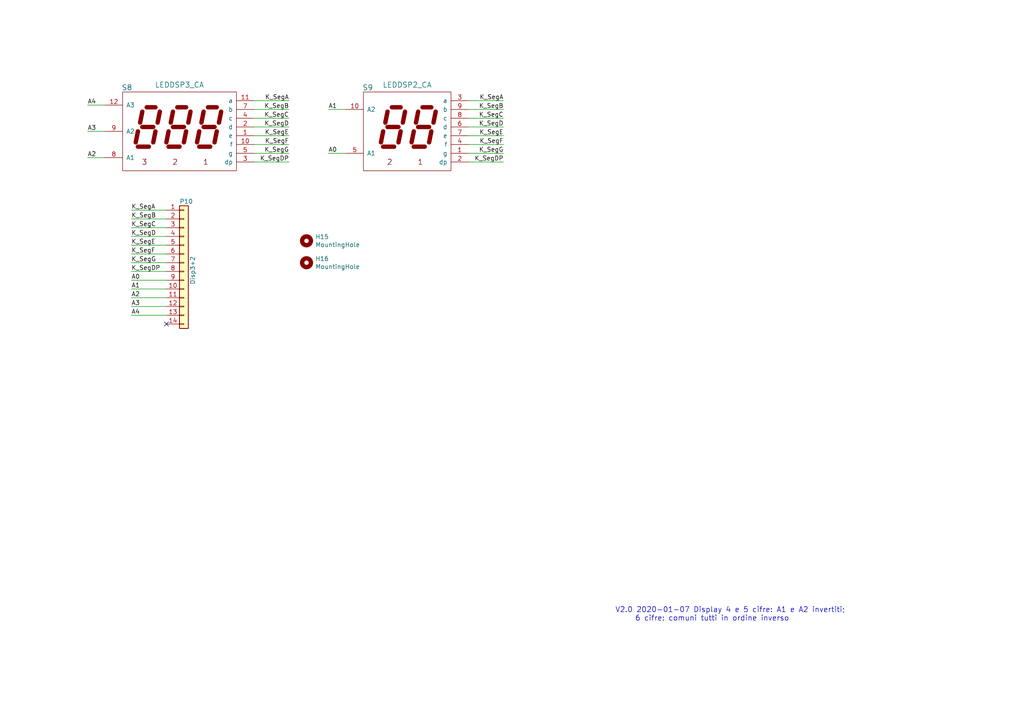
<source format=kicad_sch>
(kicad_sch (version 20211123) (generator eeschema)
  (paper "A4")
  (lib_symbols
    (symbol "Connector_Generic:Conn_01x14" (pin_names (offset 1.016) hide)
      (property "Reference" "J" (at 0 17.78 0))
      (property "Value" "Conn_01x14" (at 0 -20.32 0))
      (symbol "Conn_01x14_1_1"
        (rectangle (start -1.27 -17.653) (end 0 -17.907) (stroke (width 0.1524)))
        (rectangle (start -1.27 -15.113) (end 0 -15.367) (stroke (width 0.1524)))
        (rectangle (start -1.27 -12.573) (end 0 -12.827) (stroke (width 0.1524)))
        (rectangle (start -1.27 -10.033) (end 0 -10.287) (stroke (width 0.1524)))
        (rectangle (start -1.27 -7.493) (end 0 -7.747) (stroke (width 0.1524)))
        (rectangle (start -1.27 -4.953) (end 0 -5.207) (stroke (width 0.1524)))
        (rectangle (start -1.27 -2.413) (end 0 -2.667) (stroke (width 0.1524)))
        (rectangle (start -1.27 0.127) (end 0 -0.127) (stroke (width 0.1524)))
        (rectangle (start -1.27 2.667) (end 0 2.413) (stroke (width 0.1524)))
        (rectangle (start -1.27 5.207) (end 0 4.953) (stroke (width 0.1524)))
        (rectangle (start -1.27 7.747) (end 0 7.493) (stroke (width 0.1524)))
        (rectangle (start -1.27 10.287) (end 0 10.033) (stroke (width 0.1524)))
        (rectangle (start -1.27 12.827) (end 0 12.573) (stroke (width 0.1524)))
        (rectangle (start -1.27 15.367) (end 0 15.113) (stroke (width 0.1524)))
        (rectangle (start -1.27 16.51) (end 1.27 -19.05) (stroke (width 0.254)) (fill (type background)))
        (pin passive line (at -5.08 15.24 0) (length 3.81) (name "Pin_1") (number "1"))
        (pin passive line (at -5.08 -7.62 0) (length 3.81) (name "Pin_10") (number "10"))
        (pin passive line (at -5.08 -10.16 0) (length 3.81) (name "Pin_11") (number "11"))
        (pin passive line (at -5.08 -12.7 0) (length 3.81) (name "Pin_12") (number "12"))
        (pin passive line (at -5.08 -15.24 0) (length 3.81) (name "Pin_13") (number "13"))
        (pin passive line (at -5.08 -17.78 0) (length 3.81) (name "Pin_14") (number "14"))
        (pin passive line (at -5.08 12.7 0) (length 3.81) (name "Pin_2") (number "2"))
        (pin passive line (at -5.08 10.16 0) (length 3.81) (name "Pin_3") (number "3"))
        (pin passive line (at -5.08 7.62 0) (length 3.81) (name "Pin_4") (number "4"))
        (pin passive line (at -5.08 5.08 0) (length 3.81) (name "Pin_5") (number "5"))
        (pin passive line (at -5.08 2.54 0) (length 3.81) (name "Pin_6") (number "6"))
        (pin passive line (at -5.08 0 0) (length 3.81) (name "Pin_7") (number "7"))
        (pin passive line (at -5.08 -2.54 0) (length 3.81) (name "Pin_8") (number "8"))
        (pin passive line (at -5.08 -5.08 0) (length 3.81) (name "Pin_9") (number "9"))
      )
    )
    (symbol "GCC_display:LEDDSP2_CA" (pin_names (offset 1.016))
      (property "Reference" "S" (at -12.7 12.7 0))
      (property "Value" "LEDDSP2_CA" (at 1.27 -15.24 0))
      (symbol "LEDDSP2_CA_0_0"
        (text "1" (at 3.81 -10.16 0) (effects (font (size 1.524 1.524))))
        (text "2" (at -5.08 -10.16 0) (effects (font (size 1.524 1.524))))
      )
      (symbol "LEDDSP2_CA_0_1"
        (rectangle (start -12.7 10.16) (end 12.7 -12.7))
        (polyline (pts (xy -6.985 -5.715) (xy -3.81 -5.715)) (stroke (width 1.27)))
        (polyline (pts (xy -6.985 -1.27) (xy -7.62 -4.445)) (stroke (width 1.27)))
        (polyline (pts (xy -6.35 1.27) (xy -5.715 4.445)) (stroke (width 1.27)))
        (polyline (pts (xy -5.715 0) (xy -2.54 0)) (stroke (width 1.27)))
        (polyline (pts (xy -4.445 5.715) (xy -1.905 5.715)) (stroke (width 1.27)))
        (polyline (pts (xy -1.905 -1.27) (xy -2.54 -4.445)) (stroke (width 1.27)))
        (polyline (pts (xy -1.27 -5.715) (xy -1.27 -5.715)) (stroke (width 1.27)))
        (polyline (pts (xy -1.27 1.27) (xy -0.635 4.445)) (stroke (width 1.27)))
        (polyline (pts (xy 1.905 -5.715) (xy 5.08 -5.715)) (stroke (width 1.27)))
        (polyline (pts (xy 1.905 -1.27) (xy 1.27 -4.445)) (stroke (width 1.27)))
        (polyline (pts (xy 2.54 1.27) (xy 3.175 4.445)) (stroke (width 1.27)))
        (polyline (pts (xy 3.175 0) (xy 6.35 0)) (stroke (width 1.27)))
        (polyline (pts (xy 4.445 5.715) (xy 6.985 5.715)) (stroke (width 1.27)))
        (polyline (pts (xy 6.985 -1.27) (xy 6.35 -4.445)) (stroke (width 1.27)))
        (polyline (pts (xy 7.62 -5.715) (xy 7.62 -5.715)) (stroke (width 1.27)))
        (polyline (pts (xy 7.62 1.27) (xy 8.255 4.445)) (stroke (width 1.27)))
      )
      (symbol "LEDDSP2_CA_1_1"
        (pin passive line (at 17.78 -7.62 180) (length 5.08) (name "g") (number "1"))
        (pin passive line (at -17.78 5.08 0) (length 5.08) (name "A2") (number "10"))
        (pin passive line (at 17.78 -10.16 180) (length 5.08) (name "dp") (number "2"))
        (pin passive line (at 17.78 7.62 180) (length 5.08) (name "a") (number "3"))
        (pin passive line (at 17.78 -5.08 180) (length 5.08) (name "f") (number "4"))
        (pin passive line (at -17.78 -7.62 0) (length 5.08) (name "A1") (number "5"))
        (pin passive line (at 17.78 0 180) (length 5.08) (name "d") (number "6"))
        (pin passive line (at 17.78 -2.54 180) (length 5.08) (name "e") (number "7"))
        (pin passive line (at 17.78 2.54 180) (length 5.08) (name "c") (number "8"))
        (pin passive line (at 17.78 5.08 180) (length 5.08) (name "b") (number "9"))
      )
    )
    (symbol "GCC_display:LEDDSP3_CA" (pin_names (offset 1.016))
      (property "Reference" "S" (at -15.24 12.7 0))
      (property "Value" "LEDDSP3_CA" (at 0 -15.24 0))
      (symbol "LEDDSP3_CA_0_0"
        (text "1" (at 7.62 -10.16 0) (effects (font (size 1.524 1.524))))
        (text "2" (at -1.27 -10.16 0) (effects (font (size 1.524 1.524))))
        (text "3" (at -10.16 -10.16 0) (effects (font (size 1.524 1.524))))
      )
      (symbol "LEDDSP3_CA_0_1"
        (rectangle (start -16.51 10.16) (end 16.51 -12.7))
        (polyline (pts (xy -12.065 -5.715) (xy -8.89 -5.715)) (stroke (width 1.27)))
        (polyline (pts (xy -12.065 -1.27) (xy -12.7 -4.445)) (stroke (width 1.27)))
        (polyline (pts (xy -11.43 1.27) (xy -10.795 4.445)) (stroke (width 1.27)))
        (polyline (pts (xy -10.795 0) (xy -7.62 0)) (stroke (width 1.27)))
        (polyline (pts (xy -9.525 5.715) (xy -6.985 5.715)) (stroke (width 1.27)))
        (polyline (pts (xy -6.985 -1.27) (xy -7.62 -4.445)) (stroke (width 1.27)))
        (polyline (pts (xy -6.35 -5.715) (xy -6.35 -5.715)) (stroke (width 1.27)))
        (polyline (pts (xy -6.35 1.27) (xy -5.715 4.445)) (stroke (width 1.27)))
        (polyline (pts (xy -3.175 -5.715) (xy 0 -5.715)) (stroke (width 1.27)))
        (polyline (pts (xy -3.175 -1.27) (xy -3.81 -4.445)) (stroke (width 1.27)))
        (polyline (pts (xy -2.54 1.27) (xy -1.905 4.445)) (stroke (width 1.27)))
        (polyline (pts (xy -1.905 0) (xy 1.27 0)) (stroke (width 1.27)))
        (polyline (pts (xy -0.635 5.715) (xy 1.905 5.715)) (stroke (width 1.27)))
        (polyline (pts (xy 1.905 -1.27) (xy 1.27 -4.445)) (stroke (width 1.27)))
        (polyline (pts (xy 2.54 -5.715) (xy 2.54 -5.715)) (stroke (width 1.27)))
        (polyline (pts (xy 2.54 1.27) (xy 3.175 4.445)) (stroke (width 1.27)))
        (polyline (pts (xy 5.715 -5.715) (xy 8.89 -5.715)) (stroke (width 1.27)))
        (polyline (pts (xy 5.715 -1.27) (xy 5.08 -4.445)) (stroke (width 1.27)))
        (polyline (pts (xy 6.35 1.27) (xy 6.985 4.445)) (stroke (width 1.27)))
        (polyline (pts (xy 6.985 0) (xy 10.16 0)) (stroke (width 1.27)))
        (polyline (pts (xy 8.255 5.715) (xy 10.795 5.715)) (stroke (width 1.27)))
        (polyline (pts (xy 10.795 -1.27) (xy 10.16 -4.445)) (stroke (width 1.27)))
        (polyline (pts (xy 11.43 -5.715) (xy 11.43 -5.715)) (stroke (width 1.27)))
        (polyline (pts (xy 11.43 1.27) (xy 12.065 4.445)) (stroke (width 1.27)))
      )
      (symbol "LEDDSP3_CA_1_1"
        (pin passive line (at 21.59 -2.54 180) (length 5.08) (name "e") (number "1"))
        (pin passive line (at 21.59 -5.08 180) (length 5.08) (name "f") (number "10"))
        (pin passive line (at 21.59 7.62 180) (length 5.08) (name "a") (number "11"))
        (pin passive line (at -21.59 6.35 0) (length 5.08) (name "A3") (number "12"))
        (pin passive line (at 21.59 0 180) (length 5.08) (name "d") (number "2"))
        (pin passive line (at 21.59 -10.16 180) (length 5.08) (name "dp") (number "3"))
        (pin passive line (at 21.59 2.54 180) (length 5.08) (name "c") (number "4"))
        (pin passive line (at 21.59 -7.62 180) (length 5.08) (name "g") (number "5"))
        (pin passive line (at 21.59 5.08 180) (length 5.08) (name "b") (number "7"))
        (pin passive line (at -21.59 -8.89 0) (length 5.08) (name "A1") (number "8"))
        (pin passive line (at -21.59 -1.27 0) (length 5.08) (name "A2") (number "9"))
      )
    )
    (symbol "Mechanical:MountingHole" (pin_names (offset 1.016))
      (property "Reference" "H" (at 0 5.08 0))
      (property "Value" "MountingHole" (at 0 3.175 0))
      (symbol "MountingHole_0_1"
        (circle (center 0 0) (radius 1.27) (stroke (width 1.27)))
      )
    )
  )
  (no_connect (at 48.26 93.98))
  (wire (pts (xy 83.82 44.45) (xy 73.66 44.45)))
  (wire (pts (xy 146.05 46.99) (xy 135.89 46.99)))
  (wire (pts (xy 30.48 30.48) (xy 25.4 30.48)))
  (wire (pts (xy 38.1 68.58) (xy 48.26 68.58)))
  (wire (pts (xy 83.82 34.29) (xy 73.66 34.29)))
  (wire (pts (xy 25.4 45.72) (xy 30.48 45.72)))
  (wire (pts (xy 48.26 88.9) (xy 38.1 88.9)))
  (wire (pts (xy 146.05 34.29) (xy 135.89 34.29)))
  (wire (pts (xy 146.05 29.21) (xy 135.89 29.21)))
  (wire (pts (xy 146.05 31.75) (xy 135.89 31.75)))
  (wire (pts (xy 38.1 71.12) (xy 48.26 71.12)))
  (wire (pts (xy 38.1 63.5) (xy 48.26 63.5)))
  (wire (pts (xy 38.1 76.2) (xy 48.26 76.2)))
  (wire (pts (xy 146.05 36.83) (xy 135.89 36.83)))
  (wire (pts (xy 48.26 91.44) (xy 38.1 91.44)))
  (wire (pts (xy 100.33 31.75) (xy 95.25 31.75)))
  (wire (pts (xy 48.26 81.28) (xy 38.1 81.28)))
  (wire (pts (xy 83.82 36.83) (xy 73.66 36.83)))
  (wire (pts (xy 146.05 39.37) (xy 135.89 39.37)))
  (wire (pts (xy 83.82 31.75) (xy 73.66 31.75)))
  (wire (pts (xy 146.05 41.91) (xy 135.89 41.91)))
  (wire (pts (xy 38.1 78.74) (xy 48.26 78.74)))
  (wire (pts (xy 38.1 66.04) (xy 48.26 66.04)))
  (wire (pts (xy 83.82 39.37) (xy 73.66 39.37)))
  (wire (pts (xy 100.33 44.45) (xy 95.25 44.45)))
  (wire (pts (xy 38.1 73.66) (xy 48.26 73.66)))
  (wire (pts (xy 38.1 60.96) (xy 48.26 60.96)))
  (wire (pts (xy 48.26 86.36) (xy 38.1 86.36)))
  (wire (pts (xy 83.82 46.99) (xy 73.66 46.99)))
  (wire (pts (xy 83.82 41.91) (xy 73.66 41.91)))
  (wire (pts (xy 83.82 29.21) (xy 73.66 29.21)))
  (wire (pts (xy 146.05 44.45) (xy 135.89 44.45)))
  (wire (pts (xy 48.26 83.82) (xy 38.1 83.82)))
  (wire (pts (xy 30.48 38.1) (xy 25.4 38.1)))
  (text "V2.0 2020-01-07 Display 4 e 5 cifre: A1 e A2 invertiti;\n	6 cifre: comuni tutti in ordine inverso" (at 178.435 180.34 0) (effects (font (size 1.524 1.524)) (justify left bottom)))
  (label "A2" (at 38.1 86.36 0))
  (label "K_SegF" (at 146.05 41.91 180))
  (label "K_SegA" (at 38.1 60.96 0))
  (label "K_SegC" (at 83.82 34.29 180))
  (label "K_SegF" (at 38.1 73.66 0))
  (label "A4" (at 38.1 91.44 0))
  (label "K_SegE" (at 83.82 39.37 180))
  (label "K_SegG" (at 83.82 44.45 180))
  (label "K_SegE" (at 146.05 39.37 180))
  (label "K_SegC" (at 38.1 66.04 0))
  (label "K_SegDP" (at 146.05 46.99 180))
  (label "K_SegD" (at 146.05 36.83 180))
  (label "K_SegG" (at 38.1 76.2 0))
  (label "K_SegB" (at 83.82 31.75 180))
  (label "K_SegDP" (at 83.82 46.99 180))
  (label "K_SegA" (at 146.05 29.21 180))
  (label "A3" (at 38.1 88.9 0))
  (label "A0" (at 38.1 81.28 0))
  (label "K_SegB" (at 146.05 31.75 180))
  (label "A4" (at 25.4 30.48 0))
  (label "A2" (at 25.4 45.72 0))
  (label "A3" (at 25.4 38.1 0))
  (label "K_SegG" (at 146.05 44.45 180))
  (label "K_SegF" (at 83.82 41.91 180))
  (label "K_SegC" (at 146.05 34.29 180))
  (label "K_SegB" (at 38.1 63.5 0))
  (label "K_SegA" (at 83.82 29.21 180))
  (label "K_SegD" (at 83.82 36.83 180))
  (label "K_SegE" (at 38.1 71.12 0))
  (label "A0" (at 95.25 44.45 0))
  (label "K_SegDP" (at 38.1 78.74 0))
  (label "A1" (at 95.25 31.75 0))
  (label "K_SegD" (at 38.1 68.58 0))
  (label "A1" (at 38.1 83.82 0))
  (symbol (lib_id "Connector_Generic:Conn_01x14") (at 53.34 76.2 0) (unit 1)
    (property "Reference" "P10" (at 52.07 58.42 0) (effects (justify left)))
    (property "Value" "Disp3+2" (at 55.88 82.55 90) (effects (justify left)))
    (property "Footprint" "Connector_IDC:IDC-Header_2x07_P2.54mm_Vertical" (effects hide))
  )
  (symbol (lib_id "GCC_display:LEDDSP3_CA") (at 52.07 36.83 0) (unit 1)
    (property "Reference" "S8" (at 36.83 25.4 0) (effects (font (size 1.524 1.524))))
    (property "Value" "LEDDSP3_CA" (at 52.07 24.6126 0) (effects (font (size 1.524 1.524))))
    (property "Footprint" "GCC_Display:Disp7s3x_036" (effects hide))
  )
  (symbol (lib_id "GCC_display:LEDDSP2_CA") (at 118.11 36.83 0) (unit 1)
    (property "Reference" "S9" (at 106.68 25.4 0) (effects (font (size 1.524 1.524))))
    (property "Value" "LEDDSP2_CA" (at 118.11 24.6126 0) (effects (font (size 1.524 1.524))))
    (property "Footprint" "GCC_Display:Disp7s2x_036" (effects hide))
  )
  (symbol (lib_id "Mechanical:MountingHole") (at 88.9 69.85 0) (unit 1)
    (property "Reference" "H15" (at 91.44 68.6816 0) (effects (justify left)))
    (property "Value" "MountingHole" (at 91.44 70.993 0) (effects (justify left)))
    (property "Footprint" "GCC_holes:Hole3mm" (effects hide))
  )
  (symbol (lib_id "Mechanical:MountingHole") (at 88.9 76.2 0) (unit 1)
    (property "Reference" "H16" (at 91.44 75.0316 0) (effects (justify left)))
    (property "Value" "MountingHole" (at 91.44 77.343 0) (effects (justify left)))
    (property "Footprint" "GCC_holes:Hole3mm" (effects hide))
  )
)
</source>
